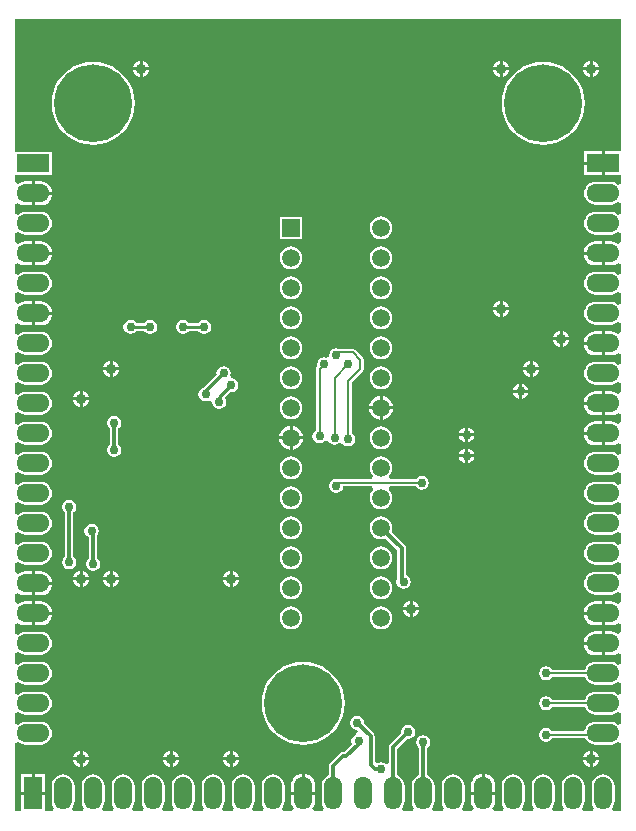
<source format=gbl>
G04 Layer_Physical_Order=2*
G04 Layer_Color=16711680*
%FSLAX25Y25*%
%MOIN*%
G70*
G01*
G75*
%ADD14C,0.01200*%
%ADD16C,0.00800*%
%ADD17C,0.01000*%
%ADD18C,0.05906*%
%ADD19R,0.05906X0.05906*%
%ADD20C,0.17323*%
%ADD21O,0.11000X0.06000*%
%ADD22R,0.11000X0.06000*%
%ADD23O,0.06000X0.11000*%
%ADD24R,0.06000X0.11000*%
%ADD25C,0.03500*%
%ADD26C,0.03000*%
%ADD27C,0.02362*%
%ADD28C,0.04724*%
G36*
X489961Y412500D02*
X484500D01*
Y408500D01*
Y404500D01*
X489961D01*
Y401844D01*
X489785Y401695D01*
X488961Y401402D01*
X488416Y401819D01*
X487492Y402202D01*
X486500Y402333D01*
X481500D01*
X480508Y402202D01*
X479584Y401819D01*
X478790Y401210D01*
X478181Y400416D01*
X477798Y399492D01*
X477667Y398500D01*
X477798Y397508D01*
X478181Y396584D01*
X478790Y395790D01*
X479584Y395181D01*
X480508Y394798D01*
X481500Y394667D01*
X486500D01*
X487492Y394798D01*
X488416Y395181D01*
X488961Y395599D01*
X489785Y395305D01*
X489961Y395156D01*
Y391844D01*
X489785Y391695D01*
X488961Y391402D01*
X488416Y391819D01*
X487492Y392202D01*
X486500Y392333D01*
X481500D01*
X480508Y392202D01*
X479584Y391819D01*
X478790Y391210D01*
X478181Y390416D01*
X477798Y389492D01*
X477667Y388500D01*
X477798Y387508D01*
X478181Y386584D01*
X478790Y385790D01*
X479584Y385181D01*
X480508Y384798D01*
X481500Y384667D01*
X486500D01*
X487492Y384798D01*
X488416Y385181D01*
X488961Y385598D01*
X489785Y385305D01*
X489961Y385156D01*
Y382147D01*
X488961Y381654D01*
X488517Y381994D01*
X487544Y382397D01*
X486500Y382535D01*
X484500D01*
Y378500D01*
Y374465D01*
X486500D01*
X487544Y374603D01*
X488517Y375006D01*
X488961Y375346D01*
X489961Y374853D01*
Y371844D01*
X489785Y371695D01*
X488961Y371402D01*
X488416Y371819D01*
X487492Y372202D01*
X486500Y372333D01*
X481500D01*
X480508Y372202D01*
X479584Y371819D01*
X478790Y371210D01*
X478181Y370416D01*
X477798Y369492D01*
X477667Y368500D01*
X477798Y367508D01*
X478181Y366584D01*
X478790Y365790D01*
X479584Y365181D01*
X480508Y364798D01*
X481500Y364667D01*
X486500D01*
X487492Y364798D01*
X488416Y365181D01*
X488961Y365599D01*
X489785Y365305D01*
X489961Y365156D01*
Y361844D01*
X489785Y361695D01*
X488961Y361402D01*
X488416Y361819D01*
X487492Y362202D01*
X486500Y362333D01*
X481500D01*
X480508Y362202D01*
X479584Y361819D01*
X478790Y361210D01*
X478181Y360416D01*
X477798Y359492D01*
X477667Y358500D01*
X477798Y357508D01*
X478181Y356584D01*
X478790Y355790D01*
X479584Y355181D01*
X480508Y354798D01*
X481500Y354667D01*
X486500D01*
X487492Y354798D01*
X488416Y355181D01*
X488961Y355598D01*
X489785Y355305D01*
X489961Y355156D01*
Y352147D01*
X488961Y351654D01*
X488517Y351994D01*
X487544Y352397D01*
X486500Y352535D01*
X484500D01*
Y348500D01*
Y344465D01*
X486500D01*
X487544Y344603D01*
X488517Y345006D01*
X488961Y345346D01*
X489961Y344853D01*
Y341844D01*
X489785Y341695D01*
X488961Y341402D01*
X488416Y341819D01*
X487492Y342202D01*
X486500Y342333D01*
X481500D01*
X480508Y342202D01*
X479584Y341819D01*
X478790Y341210D01*
X478181Y340416D01*
X477798Y339492D01*
X477667Y338500D01*
X477798Y337508D01*
X478181Y336584D01*
X478790Y335790D01*
X479584Y335181D01*
X480508Y334798D01*
X481500Y334667D01*
X486500D01*
X487492Y334798D01*
X488416Y335181D01*
X488961Y335598D01*
X489785Y335305D01*
X489961Y335156D01*
Y332147D01*
X488961Y331654D01*
X488517Y331994D01*
X487544Y332397D01*
X486500Y332535D01*
X484500D01*
Y328500D01*
Y324465D01*
X486500D01*
X487544Y324603D01*
X488517Y325006D01*
X488961Y325346D01*
X489961Y324853D01*
Y322147D01*
X488961Y321654D01*
X488517Y321994D01*
X487544Y322397D01*
X486500Y322534D01*
X484500D01*
Y318500D01*
Y314465D01*
X486500D01*
X487544Y314603D01*
X488517Y315006D01*
X488961Y315346D01*
X489961Y314853D01*
Y311844D01*
X489785Y311695D01*
X488961Y311402D01*
X488416Y311819D01*
X487492Y312202D01*
X486500Y312333D01*
X481500D01*
X480508Y312202D01*
X479584Y311819D01*
X478790Y311210D01*
X478181Y310416D01*
X477798Y309492D01*
X477667Y308500D01*
X477798Y307508D01*
X478181Y306584D01*
X478790Y305790D01*
X479584Y305181D01*
X480508Y304798D01*
X481500Y304667D01*
X486500D01*
X487492Y304798D01*
X488416Y305181D01*
X488961Y305598D01*
X489785Y305305D01*
X489961Y305156D01*
Y301844D01*
X489785Y301695D01*
X488961Y301401D01*
X488416Y301819D01*
X487492Y302202D01*
X486500Y302333D01*
X481500D01*
X480508Y302202D01*
X479584Y301819D01*
X478790Y301210D01*
X478181Y300416D01*
X477798Y299492D01*
X477667Y298500D01*
X477798Y297508D01*
X478181Y296584D01*
X478790Y295790D01*
X479584Y295181D01*
X480508Y294798D01*
X481500Y294667D01*
X486500D01*
X487492Y294798D01*
X488416Y295181D01*
X488961Y295599D01*
X489785Y295305D01*
X489961Y295156D01*
Y291844D01*
X489785Y291695D01*
X488961Y291402D01*
X488416Y291819D01*
X487492Y292202D01*
X486500Y292333D01*
X481500D01*
X480508Y292202D01*
X479584Y291819D01*
X478790Y291210D01*
X478181Y290416D01*
X477798Y289492D01*
X477667Y288500D01*
X477798Y287508D01*
X478181Y286584D01*
X478790Y285790D01*
X479584Y285181D01*
X480508Y284798D01*
X481500Y284667D01*
X486500D01*
X487492Y284798D01*
X488416Y285181D01*
X488961Y285598D01*
X489785Y285305D01*
X489961Y285156D01*
Y281844D01*
X489785Y281695D01*
X488961Y281401D01*
X488416Y281819D01*
X487492Y282202D01*
X486500Y282333D01*
X481500D01*
X480508Y282202D01*
X479584Y281819D01*
X478790Y281210D01*
X478181Y280416D01*
X477798Y279492D01*
X477667Y278500D01*
X477798Y277508D01*
X478181Y276584D01*
X478790Y275790D01*
X479584Y275181D01*
X480508Y274798D01*
X481500Y274667D01*
X486500D01*
X487492Y274798D01*
X488416Y275181D01*
X488961Y275599D01*
X489785Y275305D01*
X489961Y275156D01*
Y271844D01*
X489785Y271695D01*
X488961Y271402D01*
X488416Y271819D01*
X487492Y272202D01*
X486500Y272333D01*
X481500D01*
X480508Y272202D01*
X479584Y271819D01*
X478790Y271210D01*
X478181Y270416D01*
X477798Y269492D01*
X477667Y268500D01*
X477798Y267508D01*
X478181Y266584D01*
X478790Y265790D01*
X479584Y265181D01*
X480508Y264798D01*
X481500Y264667D01*
X486500D01*
X487492Y264798D01*
X488416Y265181D01*
X488961Y265599D01*
X489785Y265305D01*
X489961Y265156D01*
Y262147D01*
X488961Y261654D01*
X488517Y261994D01*
X487544Y262397D01*
X486500Y262534D01*
X484500D01*
Y258500D01*
Y254466D01*
X486500D01*
X487544Y254603D01*
X488517Y255006D01*
X488961Y255346D01*
X489961Y254853D01*
Y252147D01*
X488961Y251654D01*
X488517Y251994D01*
X487544Y252397D01*
X486500Y252535D01*
X484500D01*
Y248500D01*
Y244465D01*
X486500D01*
X487544Y244603D01*
X488517Y245006D01*
X488961Y245346D01*
X489961Y244853D01*
Y241844D01*
X489785Y241695D01*
X488961Y241402D01*
X488416Y241819D01*
X487492Y242202D01*
X486500Y242333D01*
X481500D01*
X480508Y242202D01*
X479584Y241819D01*
X478790Y241210D01*
X478181Y240416D01*
X477894Y239723D01*
X466949D01*
X466658Y240158D01*
X465897Y240667D01*
X465000Y240845D01*
X464103Y240667D01*
X463342Y240158D01*
X462833Y239397D01*
X462655Y238500D01*
X462833Y237603D01*
X463342Y236842D01*
X464103Y236333D01*
X465000Y236155D01*
X465897Y236333D01*
X466658Y236842D01*
X466949Y237277D01*
X477894D01*
X478181Y236584D01*
X478790Y235790D01*
X479584Y235181D01*
X480508Y234798D01*
X481500Y234667D01*
X486500D01*
X487492Y234798D01*
X488416Y235181D01*
X488961Y235598D01*
X489785Y235305D01*
X489961Y235156D01*
Y231844D01*
X489785Y231695D01*
X488961Y231401D01*
X488416Y231819D01*
X487492Y232202D01*
X486500Y232333D01*
X481500D01*
X480508Y232202D01*
X479584Y231819D01*
X478790Y231210D01*
X478181Y230416D01*
X477894Y229724D01*
X466949D01*
X466658Y230158D01*
X465897Y230667D01*
X465000Y230845D01*
X464103Y230667D01*
X463342Y230158D01*
X462833Y229397D01*
X462655Y228500D01*
X462833Y227603D01*
X463342Y226842D01*
X464103Y226333D01*
X465000Y226155D01*
X465897Y226333D01*
X466658Y226842D01*
X466949Y227276D01*
X477894D01*
X478181Y226584D01*
X478790Y225790D01*
X479584Y225181D01*
X480508Y224798D01*
X481500Y224667D01*
X486500D01*
X487492Y224798D01*
X488416Y225181D01*
X488961Y225599D01*
X489785Y225305D01*
X489961Y225156D01*
Y221844D01*
X489785Y221695D01*
X488961Y221402D01*
X488416Y221819D01*
X487492Y222202D01*
X486500Y222333D01*
X481500D01*
X480508Y222202D01*
X479584Y221819D01*
X478790Y221210D01*
X478181Y220416D01*
X477798Y219492D01*
X477763Y219223D01*
X466949D01*
X466658Y219658D01*
X465897Y220167D01*
X465000Y220345D01*
X464103Y220167D01*
X463342Y219658D01*
X462833Y218897D01*
X462655Y218000D01*
X462833Y217103D01*
X463342Y216342D01*
X464103Y215833D01*
X465000Y215655D01*
X465897Y215833D01*
X466658Y216342D01*
X466949Y216776D01*
X478101D01*
X478181Y216584D01*
X478790Y215790D01*
X479584Y215181D01*
X480508Y214798D01*
X481500Y214667D01*
X486500D01*
X487492Y214798D01*
X488416Y215181D01*
X488961Y215599D01*
X489785Y215305D01*
X489961Y215156D01*
Y192539D01*
X487344D01*
X487195Y192715D01*
X486902Y193539D01*
X487319Y194084D01*
X487702Y195008D01*
X487833Y196000D01*
Y201000D01*
X487702Y201992D01*
X487319Y202916D01*
X486710Y203710D01*
X485916Y204319D01*
X484992Y204702D01*
X484000Y204833D01*
X483008Y204702D01*
X482084Y204319D01*
X481290Y203710D01*
X480681Y202916D01*
X480298Y201992D01*
X480167Y201000D01*
Y196000D01*
X480298Y195008D01*
X480681Y194084D01*
X481099Y193539D01*
X480805Y192715D01*
X480656Y192539D01*
X477344D01*
X477195Y192715D01*
X476901Y193539D01*
X477319Y194084D01*
X477702Y195008D01*
X477833Y196000D01*
Y201000D01*
X477702Y201992D01*
X477319Y202916D01*
X476710Y203710D01*
X475916Y204319D01*
X474992Y204702D01*
X474000Y204833D01*
X473008Y204702D01*
X472084Y204319D01*
X471290Y203710D01*
X470681Y202916D01*
X470298Y201992D01*
X470167Y201000D01*
Y196000D01*
X470298Y195008D01*
X470681Y194084D01*
X471099Y193539D01*
X470805Y192715D01*
X470656Y192539D01*
X467344D01*
X467195Y192715D01*
X466901Y193539D01*
X467319Y194084D01*
X467702Y195008D01*
X467833Y196000D01*
Y201000D01*
X467702Y201992D01*
X467319Y202916D01*
X466710Y203710D01*
X465916Y204319D01*
X464992Y204702D01*
X464000Y204833D01*
X463008Y204702D01*
X462084Y204319D01*
X461290Y203710D01*
X460681Y202916D01*
X460298Y201992D01*
X460167Y201000D01*
Y196000D01*
X460298Y195008D01*
X460681Y194084D01*
X461098Y193539D01*
X460805Y192715D01*
X460656Y192539D01*
X457344D01*
X457195Y192715D01*
X456902Y193539D01*
X457319Y194084D01*
X457702Y195008D01*
X457833Y196000D01*
Y201000D01*
X457702Y201992D01*
X457319Y202916D01*
X456710Y203710D01*
X455916Y204319D01*
X454992Y204702D01*
X454000Y204833D01*
X453008Y204702D01*
X452084Y204319D01*
X451290Y203710D01*
X450681Y202916D01*
X450298Y201992D01*
X450167Y201000D01*
Y196000D01*
X450298Y195008D01*
X450681Y194084D01*
X451098Y193539D01*
X450805Y192715D01*
X450656Y192539D01*
X447647D01*
X447154Y193539D01*
X447494Y193983D01*
X447897Y194956D01*
X448034Y196000D01*
Y198000D01*
X444000D01*
X439965D01*
Y196000D01*
X440103Y194956D01*
X440506Y193983D01*
X440846Y193539D01*
X440353Y192539D01*
X437344D01*
X437195Y192715D01*
X436902Y193539D01*
X437319Y194084D01*
X437702Y195008D01*
X437833Y196000D01*
Y201000D01*
X437702Y201992D01*
X437319Y202916D01*
X436710Y203710D01*
X435916Y204319D01*
X434992Y204702D01*
X434000Y204833D01*
X433008Y204702D01*
X432084Y204319D01*
X431290Y203710D01*
X430681Y202916D01*
X430298Y201992D01*
X430167Y201000D01*
Y196000D01*
X430298Y195008D01*
X430681Y194084D01*
X431099Y193539D01*
X430805Y192715D01*
X430656Y192539D01*
X427344D01*
X427195Y192715D01*
X426901Y193539D01*
X427319Y194084D01*
X427702Y195008D01*
X427833Y196000D01*
Y201000D01*
X427702Y201992D01*
X427319Y202916D01*
X426710Y203710D01*
X425916Y204319D01*
X425427Y204522D01*
Y213688D01*
X425658Y213842D01*
X426167Y214603D01*
X426345Y215500D01*
X426167Y216397D01*
X425658Y217158D01*
X424897Y217667D01*
X424000Y217845D01*
X423103Y217667D01*
X422342Y217158D01*
X421833Y216397D01*
X421655Y215500D01*
X421833Y214603D01*
X422342Y213842D01*
X422573Y213688D01*
Y204522D01*
X422084Y204319D01*
X421290Y203710D01*
X420681Y202916D01*
X420298Y201992D01*
X420167Y201000D01*
Y196000D01*
X420298Y195008D01*
X420681Y194084D01*
X421099Y193539D01*
X420805Y192715D01*
X420656Y192539D01*
X417344D01*
X417195Y192715D01*
X416901Y193539D01*
X417319Y194084D01*
X417702Y195008D01*
X417833Y196000D01*
Y201000D01*
X417702Y201992D01*
X417319Y202916D01*
X416710Y203710D01*
X415916Y204319D01*
X415427Y204522D01*
Y213409D01*
X418728Y216709D01*
X419000Y216655D01*
X419897Y216833D01*
X420658Y217342D01*
X421167Y218103D01*
X421345Y219000D01*
X421167Y219897D01*
X420658Y220658D01*
X419897Y221167D01*
X419000Y221345D01*
X418103Y221167D01*
X417342Y220658D01*
X416833Y219897D01*
X416655Y219000D01*
X416709Y218728D01*
X412991Y215009D01*
X412681Y214546D01*
X412573Y214000D01*
X412573Y214000D01*
Y208590D01*
X411989Y208314D01*
X411573Y208215D01*
X410897Y208667D01*
X410000Y208845D01*
X409103Y208667D01*
X408904Y208534D01*
X407927Y209084D01*
Y217500D01*
X407927Y217500D01*
X407819Y218046D01*
X407509Y218509D01*
X407509Y218509D01*
X404291Y221728D01*
X404345Y222000D01*
X404167Y222897D01*
X403658Y223658D01*
X402897Y224167D01*
X402000Y224345D01*
X401103Y224167D01*
X400342Y223658D01*
X399833Y222897D01*
X399655Y222000D01*
X399833Y221103D01*
X400342Y220342D01*
X401103Y219833D01*
X401994Y219656D01*
X402032Y219597D01*
X402220Y219251D01*
X401714Y218189D01*
X401603Y218167D01*
X400842Y217658D01*
X400333Y216897D01*
X400155Y216000D01*
X400333Y215103D01*
X400416Y214980D01*
X397713Y212277D01*
X397350D01*
X397350Y212277D01*
X396804Y212169D01*
X396341Y211859D01*
X396341Y211859D01*
X392991Y208509D01*
X392681Y208046D01*
X392573Y207500D01*
X392573Y207500D01*
Y204522D01*
X392084Y204319D01*
X391290Y203710D01*
X390681Y202916D01*
X390298Y201992D01*
X390167Y201000D01*
Y196000D01*
X390298Y195008D01*
X390681Y194084D01*
X391098Y193539D01*
X390805Y192715D01*
X390656Y192539D01*
X387647D01*
X387154Y193539D01*
X387494Y193983D01*
X387897Y194956D01*
X388035Y196000D01*
Y198000D01*
X384000D01*
X379965D01*
Y196000D01*
X380103Y194956D01*
X380506Y193983D01*
X380846Y193539D01*
X380353Y192539D01*
X377344D01*
X377195Y192715D01*
X376902Y193539D01*
X377319Y194084D01*
X377702Y195008D01*
X377833Y196000D01*
Y201000D01*
X377702Y201992D01*
X377319Y202916D01*
X376710Y203710D01*
X375916Y204319D01*
X374992Y204702D01*
X374000Y204833D01*
X373008Y204702D01*
X372084Y204319D01*
X371290Y203710D01*
X370681Y202916D01*
X370298Y201992D01*
X370167Y201000D01*
Y196000D01*
X370298Y195008D01*
X370681Y194084D01*
X371098Y193539D01*
X370805Y192715D01*
X370656Y192539D01*
X367344D01*
X367195Y192715D01*
X366901Y193539D01*
X367319Y194084D01*
X367702Y195008D01*
X367833Y196000D01*
Y201000D01*
X367702Y201992D01*
X367319Y202916D01*
X366710Y203710D01*
X365916Y204319D01*
X364992Y204702D01*
X364000Y204833D01*
X363008Y204702D01*
X362084Y204319D01*
X361290Y203710D01*
X360681Y202916D01*
X360298Y201992D01*
X360167Y201000D01*
Y196000D01*
X360298Y195008D01*
X360681Y194084D01*
X361099Y193539D01*
X360805Y192715D01*
X360656Y192539D01*
X357344D01*
X357195Y192715D01*
X356902Y193539D01*
X357319Y194084D01*
X357702Y195008D01*
X357833Y196000D01*
Y201000D01*
X357702Y201992D01*
X357319Y202916D01*
X356710Y203710D01*
X355916Y204319D01*
X354992Y204702D01*
X354000Y204833D01*
X353008Y204702D01*
X352084Y204319D01*
X351290Y203710D01*
X350681Y202916D01*
X350298Y201992D01*
X350167Y201000D01*
Y196000D01*
X350298Y195008D01*
X350681Y194084D01*
X351098Y193539D01*
X350805Y192715D01*
X350656Y192539D01*
X347344D01*
X347195Y192715D01*
X346901Y193539D01*
X347319Y194084D01*
X347702Y195008D01*
X347833Y196000D01*
Y201000D01*
X347702Y201992D01*
X347319Y202916D01*
X346710Y203710D01*
X345916Y204319D01*
X344992Y204702D01*
X344000Y204833D01*
X343008Y204702D01*
X342084Y204319D01*
X341290Y203710D01*
X340681Y202916D01*
X340298Y201992D01*
X340167Y201000D01*
Y196000D01*
X340298Y195008D01*
X340681Y194084D01*
X341098Y193539D01*
X340805Y192715D01*
X340656Y192539D01*
X337344D01*
X337195Y192715D01*
X336901Y193539D01*
X337319Y194084D01*
X337702Y195008D01*
X337833Y196000D01*
Y201000D01*
X337702Y201992D01*
X337319Y202916D01*
X336710Y203710D01*
X335916Y204319D01*
X334992Y204702D01*
X334000Y204833D01*
X333008Y204702D01*
X332084Y204319D01*
X331290Y203710D01*
X330681Y202916D01*
X330298Y201992D01*
X330167Y201000D01*
Y196000D01*
X330298Y195008D01*
X330681Y194084D01*
X331099Y193539D01*
X330805Y192715D01*
X330656Y192539D01*
X327344D01*
X327195Y192715D01*
X326902Y193539D01*
X327319Y194084D01*
X327702Y195008D01*
X327833Y196000D01*
Y201000D01*
X327702Y201992D01*
X327319Y202916D01*
X326710Y203710D01*
X325916Y204319D01*
X324992Y204702D01*
X324000Y204833D01*
X323008Y204702D01*
X322084Y204319D01*
X321290Y203710D01*
X320681Y202916D01*
X320298Y201992D01*
X320167Y201000D01*
Y196000D01*
X320298Y195008D01*
X320681Y194084D01*
X321098Y193539D01*
X320805Y192715D01*
X320656Y192539D01*
X317344D01*
X317195Y192715D01*
X316901Y193539D01*
X317319Y194084D01*
X317702Y195008D01*
X317833Y196000D01*
Y201000D01*
X317702Y201992D01*
X317319Y202916D01*
X316710Y203710D01*
X315916Y204319D01*
X314992Y204702D01*
X314000Y204833D01*
X313008Y204702D01*
X312084Y204319D01*
X311290Y203710D01*
X310681Y202916D01*
X310298Y201992D01*
X310167Y201000D01*
Y196000D01*
X310298Y195008D01*
X310681Y194084D01*
X311099Y193539D01*
X310805Y192715D01*
X310656Y192539D01*
X307344D01*
X307195Y192715D01*
X306902Y193539D01*
X307319Y194084D01*
X307702Y195008D01*
X307833Y196000D01*
Y201000D01*
X307702Y201992D01*
X307319Y202916D01*
X306710Y203710D01*
X305916Y204319D01*
X304992Y204702D01*
X304000Y204833D01*
X303008Y204702D01*
X302084Y204319D01*
X301290Y203710D01*
X300681Y202916D01*
X300298Y201992D01*
X300167Y201000D01*
Y196000D01*
X300298Y195008D01*
X300681Y194084D01*
X301098Y193539D01*
X300805Y192715D01*
X300656Y192539D01*
X298000D01*
Y198000D01*
X294000D01*
X290000D01*
Y192539D01*
X288039D01*
Y215156D01*
X288215Y215305D01*
X289039Y215599D01*
X289584Y215181D01*
X290508Y214798D01*
X291500Y214667D01*
X296500D01*
X297492Y214798D01*
X298416Y215181D01*
X299210Y215790D01*
X299819Y216584D01*
X300202Y217508D01*
X300333Y218500D01*
X300202Y219492D01*
X299819Y220416D01*
X299210Y221210D01*
X298416Y221819D01*
X297492Y222202D01*
X296500Y222333D01*
X291500D01*
X290508Y222202D01*
X289584Y221819D01*
X289039Y221402D01*
X288215Y221695D01*
X288039Y221844D01*
Y225156D01*
X288215Y225305D01*
X289039Y225599D01*
X289584Y225181D01*
X290508Y224798D01*
X291500Y224667D01*
X296500D01*
X297492Y224798D01*
X298416Y225181D01*
X299210Y225790D01*
X299819Y226584D01*
X300202Y227508D01*
X300333Y228500D01*
X300202Y229492D01*
X299819Y230416D01*
X299210Y231210D01*
X298416Y231819D01*
X297492Y232202D01*
X296500Y232333D01*
X291500D01*
X290508Y232202D01*
X289584Y231819D01*
X289039Y231401D01*
X288215Y231695D01*
X288039Y231844D01*
Y235156D01*
X288215Y235305D01*
X289039Y235598D01*
X289584Y235181D01*
X290508Y234798D01*
X291500Y234667D01*
X296500D01*
X297492Y234798D01*
X298416Y235181D01*
X299210Y235790D01*
X299819Y236584D01*
X300202Y237508D01*
X300333Y238500D01*
X300202Y239492D01*
X299819Y240416D01*
X299210Y241210D01*
X298416Y241819D01*
X297492Y242202D01*
X296500Y242333D01*
X291500D01*
X290508Y242202D01*
X289584Y241819D01*
X289039Y241402D01*
X288215Y241695D01*
X288039Y241844D01*
Y245156D01*
X288215Y245305D01*
X289039Y245599D01*
X289584Y245181D01*
X290508Y244798D01*
X291500Y244667D01*
X296500D01*
X297492Y244798D01*
X298416Y245181D01*
X299210Y245790D01*
X299819Y246584D01*
X300202Y247508D01*
X300333Y248500D01*
X300202Y249492D01*
X299819Y250416D01*
X299210Y251210D01*
X298416Y251819D01*
X297492Y252202D01*
X296500Y252333D01*
X291500D01*
X290508Y252202D01*
X289584Y251819D01*
X289039Y251401D01*
X288215Y251695D01*
X288039Y251844D01*
Y254853D01*
X289039Y255346D01*
X289483Y255006D01*
X290456Y254603D01*
X291500Y254466D01*
X293500D01*
Y258500D01*
Y262534D01*
X291500D01*
X290456Y262397D01*
X289483Y261994D01*
X289039Y261654D01*
X288039Y262147D01*
Y264853D01*
X289039Y265346D01*
X289483Y265006D01*
X290456Y264603D01*
X291500Y264465D01*
X293500D01*
Y268500D01*
Y272534D01*
X291500D01*
X290456Y272397D01*
X289483Y271994D01*
X289039Y271654D01*
X288039Y272147D01*
Y275156D01*
X288215Y275305D01*
X289039Y275599D01*
X289584Y275181D01*
X290508Y274798D01*
X291500Y274667D01*
X296500D01*
X297492Y274798D01*
X298416Y275181D01*
X299210Y275790D01*
X299819Y276584D01*
X300202Y277508D01*
X300333Y278500D01*
X300202Y279492D01*
X299819Y280416D01*
X299210Y281210D01*
X298416Y281819D01*
X297492Y282202D01*
X296500Y282333D01*
X291500D01*
X290508Y282202D01*
X289584Y281819D01*
X289039Y281401D01*
X288215Y281695D01*
X288039Y281844D01*
Y285156D01*
X288215Y285305D01*
X289039Y285598D01*
X289584Y285181D01*
X290508Y284798D01*
X291500Y284667D01*
X296500D01*
X297492Y284798D01*
X298416Y285181D01*
X299210Y285790D01*
X299819Y286584D01*
X300202Y287508D01*
X300333Y288500D01*
X300202Y289492D01*
X299819Y290416D01*
X299210Y291210D01*
X298416Y291819D01*
X297492Y292202D01*
X296500Y292333D01*
X291500D01*
X290508Y292202D01*
X289584Y291819D01*
X289039Y291402D01*
X288215Y291695D01*
X288039Y291844D01*
Y295156D01*
X288215Y295305D01*
X289039Y295599D01*
X289584Y295181D01*
X290508Y294798D01*
X291500Y294667D01*
X296500D01*
X297492Y294798D01*
X298416Y295181D01*
X299210Y295790D01*
X299819Y296584D01*
X300202Y297508D01*
X300333Y298500D01*
X300202Y299492D01*
X299819Y300416D01*
X299210Y301210D01*
X298416Y301819D01*
X297492Y302202D01*
X296500Y302333D01*
X291500D01*
X290508Y302202D01*
X289584Y301819D01*
X289039Y301401D01*
X288215Y301695D01*
X288039Y301844D01*
Y305156D01*
X288215Y305305D01*
X289039Y305598D01*
X289584Y305181D01*
X290508Y304798D01*
X291500Y304667D01*
X296500D01*
X297492Y304798D01*
X298416Y305181D01*
X299210Y305790D01*
X299819Y306584D01*
X300202Y307508D01*
X300333Y308500D01*
X300202Y309492D01*
X299819Y310416D01*
X299210Y311210D01*
X298416Y311819D01*
X297492Y312202D01*
X296500Y312333D01*
X291500D01*
X290508Y312202D01*
X289584Y311819D01*
X289039Y311402D01*
X288215Y311695D01*
X288039Y311844D01*
Y315156D01*
X288215Y315305D01*
X289039Y315599D01*
X289584Y315181D01*
X290508Y314798D01*
X291500Y314667D01*
X296500D01*
X297492Y314798D01*
X298416Y315181D01*
X299210Y315790D01*
X299819Y316584D01*
X300202Y317508D01*
X300333Y318500D01*
X300202Y319492D01*
X299819Y320416D01*
X299210Y321210D01*
X298416Y321819D01*
X297492Y322202D01*
X296500Y322333D01*
X291500D01*
X290508Y322202D01*
X289584Y321819D01*
X289039Y321402D01*
X288215Y321695D01*
X288039Y321844D01*
Y325156D01*
X288215Y325305D01*
X289039Y325599D01*
X289584Y325181D01*
X290508Y324798D01*
X291500Y324667D01*
X296500D01*
X297492Y324798D01*
X298416Y325181D01*
X299210Y325790D01*
X299819Y326584D01*
X300202Y327508D01*
X300333Y328500D01*
X300202Y329492D01*
X299819Y330416D01*
X299210Y331210D01*
X298416Y331819D01*
X297492Y332202D01*
X296500Y332333D01*
X291500D01*
X290508Y332202D01*
X289584Y331819D01*
X289039Y331401D01*
X288215Y331695D01*
X288039Y331844D01*
Y335156D01*
X288215Y335305D01*
X289039Y335598D01*
X289584Y335181D01*
X290508Y334798D01*
X291500Y334667D01*
X296500D01*
X297492Y334798D01*
X298416Y335181D01*
X299210Y335790D01*
X299819Y336584D01*
X300202Y337508D01*
X300333Y338500D01*
X300202Y339492D01*
X299819Y340416D01*
X299210Y341210D01*
X298416Y341819D01*
X297492Y342202D01*
X296500Y342333D01*
X291500D01*
X290508Y342202D01*
X289584Y341819D01*
X289039Y341402D01*
X288215Y341695D01*
X288039Y341844D01*
Y345156D01*
X288215Y345305D01*
X289039Y345599D01*
X289584Y345181D01*
X290508Y344798D01*
X291500Y344667D01*
X296500D01*
X297492Y344798D01*
X298416Y345181D01*
X299210Y345790D01*
X299819Y346584D01*
X300202Y347508D01*
X300333Y348500D01*
X300202Y349492D01*
X299819Y350416D01*
X299210Y351210D01*
X298416Y351819D01*
X297492Y352202D01*
X296500Y352333D01*
X291500D01*
X290508Y352202D01*
X289584Y351819D01*
X289039Y351401D01*
X288215Y351695D01*
X288039Y351844D01*
Y354853D01*
X289039Y355346D01*
X289483Y355006D01*
X290456Y354603D01*
X291500Y354466D01*
X293500D01*
Y358500D01*
Y362534D01*
X291500D01*
X290456Y362397D01*
X289483Y361994D01*
X289039Y361654D01*
X288039Y362147D01*
Y365156D01*
X288215Y365305D01*
X289039Y365599D01*
X289584Y365181D01*
X290508Y364798D01*
X291500Y364667D01*
X296500D01*
X297492Y364798D01*
X298416Y365181D01*
X299210Y365790D01*
X299819Y366584D01*
X300202Y367508D01*
X300333Y368500D01*
X300202Y369492D01*
X299819Y370416D01*
X299210Y371210D01*
X298416Y371819D01*
X297492Y372202D01*
X296500Y372333D01*
X291500D01*
X290508Y372202D01*
X289584Y371819D01*
X289039Y371402D01*
X288215Y371695D01*
X288039Y371844D01*
Y374853D01*
X289039Y375346D01*
X289483Y375006D01*
X290456Y374603D01*
X291500Y374465D01*
X293500D01*
Y378500D01*
Y382535D01*
X291500D01*
X290456Y382397D01*
X289483Y381994D01*
X289039Y381654D01*
X288039Y382147D01*
Y385156D01*
X288215Y385305D01*
X289039Y385598D01*
X289584Y385181D01*
X290508Y384798D01*
X291500Y384667D01*
X296500D01*
X297492Y384798D01*
X298416Y385181D01*
X299210Y385790D01*
X299819Y386584D01*
X300202Y387508D01*
X300333Y388500D01*
X300202Y389492D01*
X299819Y390416D01*
X299210Y391210D01*
X298416Y391819D01*
X297492Y392202D01*
X296500Y392333D01*
X291500D01*
X290508Y392202D01*
X289584Y391819D01*
X289039Y391402D01*
X288215Y391695D01*
X288039Y391844D01*
Y394853D01*
X289039Y395346D01*
X289483Y395006D01*
X290456Y394603D01*
X291500Y394465D01*
X293500D01*
Y398500D01*
Y402534D01*
X291500D01*
X290456Y402397D01*
X289483Y401994D01*
X289039Y401654D01*
X288039Y402147D01*
Y404700D01*
X300300D01*
Y412300D01*
X288039D01*
Y456461D01*
X489961D01*
Y412500D01*
D02*
G37*
%LPC*%
G36*
X320500Y272708D02*
Y270500D01*
X322708D01*
X322679Y270718D01*
X322402Y271387D01*
X321961Y271961D01*
X321387Y272402D01*
X320718Y272679D01*
X320500Y272708D01*
D02*
G37*
G36*
X359500D02*
X359282Y272679D01*
X358613Y272402D01*
X358039Y271961D01*
X357598Y271387D01*
X357321Y270718D01*
X357292Y270500D01*
X359500D01*
Y272708D01*
D02*
G37*
G36*
X319500D02*
X319282Y272679D01*
X318613Y272402D01*
X318039Y271961D01*
X317598Y271387D01*
X317321Y270718D01*
X317292Y270500D01*
X319500D01*
Y272708D01*
D02*
G37*
G36*
X310500D02*
Y270500D01*
X312708D01*
X312679Y270718D01*
X312402Y271387D01*
X311961Y271961D01*
X311387Y272402D01*
X310718Y272679D01*
X310500Y272708D01*
D02*
G37*
G36*
X306000Y296345D02*
X305103Y296167D01*
X304342Y295658D01*
X303833Y294897D01*
X303655Y294000D01*
X303833Y293103D01*
X304342Y292342D01*
X304573Y292188D01*
Y277312D01*
X304342Y277158D01*
X303833Y276397D01*
X303655Y275500D01*
X303833Y274603D01*
X304342Y273842D01*
X305103Y273333D01*
X306000Y273155D01*
X306897Y273333D01*
X307658Y273842D01*
X308167Y274603D01*
X308345Y275500D01*
X308167Y276397D01*
X307658Y277158D01*
X307427Y277312D01*
Y292188D01*
X307658Y292342D01*
X308167Y293103D01*
X308345Y294000D01*
X308167Y294897D01*
X307658Y295658D01*
X306897Y296167D01*
X306000Y296345D01*
D02*
G37*
G36*
X380000Y280785D02*
X379020Y280656D01*
X378107Y280278D01*
X377324Y279677D01*
X376722Y278893D01*
X376344Y277980D01*
X376215Y277000D01*
X376344Y276020D01*
X376722Y275107D01*
X377324Y274324D01*
X378107Y273722D01*
X379020Y273344D01*
X380000Y273215D01*
X380980Y273344D01*
X381893Y273722D01*
X382677Y274324D01*
X383278Y275107D01*
X383656Y276020D01*
X383785Y277000D01*
X383656Y277980D01*
X383278Y278893D01*
X382677Y279677D01*
X381893Y280278D01*
X380980Y280656D01*
X380000Y280785D01*
D02*
G37*
G36*
X360500Y272708D02*
Y270500D01*
X362708D01*
X362679Y270718D01*
X362402Y271387D01*
X361961Y271961D01*
X361387Y272402D01*
X360718Y272679D01*
X360500Y272708D01*
D02*
G37*
G36*
X313500Y288345D02*
X312603Y288167D01*
X311842Y287658D01*
X311333Y286897D01*
X311155Y286000D01*
X311333Y285103D01*
X311842Y284342D01*
X312573Y283854D01*
Y276812D01*
X312342Y276658D01*
X311833Y275897D01*
X311655Y275000D01*
X311833Y274103D01*
X312342Y273342D01*
X313103Y272833D01*
X314000Y272655D01*
X314897Y272833D01*
X315658Y273342D01*
X316167Y274103D01*
X316345Y275000D01*
X316167Y275897D01*
X315658Y276658D01*
X315427Y276812D01*
Y284745D01*
X315667Y285103D01*
X315845Y286000D01*
X315667Y286897D01*
X315158Y287658D01*
X314397Y288167D01*
X313500Y288345D01*
D02*
G37*
G36*
X309500Y272708D02*
X309282Y272679D01*
X308613Y272402D01*
X308039Y271961D01*
X307598Y271387D01*
X307321Y270718D01*
X307292Y270500D01*
X309500D01*
Y272708D01*
D02*
G37*
G36*
Y269500D02*
X307292D01*
X307321Y269282D01*
X307598Y268613D01*
X308039Y268039D01*
X308613Y267598D01*
X309282Y267321D01*
X309500Y267292D01*
Y269500D01*
D02*
G37*
G36*
X312708D02*
X310500D01*
Y267292D01*
X310718Y267321D01*
X311387Y267598D01*
X311961Y268039D01*
X312402Y268613D01*
X312679Y269282D01*
X312708Y269500D01*
D02*
G37*
G36*
X300469Y268000D02*
X294500D01*
Y264465D01*
X296500D01*
X297544Y264603D01*
X298517Y265006D01*
X299353Y265647D01*
X299994Y266483D01*
X300397Y267456D01*
X300469Y268000D01*
D02*
G37*
G36*
X410000Y290785D02*
X409020Y290656D01*
X408107Y290278D01*
X407324Y289676D01*
X406722Y288893D01*
X406344Y287980D01*
X406215Y287000D01*
X406344Y286020D01*
X406722Y285107D01*
X407324Y284324D01*
X408107Y283722D01*
X409020Y283344D01*
X410000Y283215D01*
X410980Y283344D01*
X411445Y283537D01*
X415423Y279559D01*
Y270031D01*
X415333Y269897D01*
X415155Y269000D01*
X415333Y268103D01*
X415842Y267342D01*
X416603Y266833D01*
X417500Y266655D01*
X418397Y266833D01*
X419158Y267342D01*
X419667Y268103D01*
X419845Y269000D01*
X419667Y269897D01*
X419158Y270658D01*
X418397Y271167D01*
X418277Y271190D01*
Y280150D01*
X418169Y280696D01*
X417859Y281159D01*
X417859Y281159D01*
X413463Y285555D01*
X413656Y286020D01*
X413785Y287000D01*
X413656Y287980D01*
X413278Y288893D01*
X412676Y289676D01*
X411893Y290278D01*
X410980Y290656D01*
X410000Y290785D01*
D02*
G37*
G36*
X319500Y269500D02*
X317292D01*
X317321Y269282D01*
X317598Y268613D01*
X318039Y268039D01*
X318613Y267598D01*
X319282Y267321D01*
X319500Y267292D01*
Y269500D01*
D02*
G37*
G36*
X362708D02*
X360500D01*
Y267292D01*
X360718Y267321D01*
X361387Y267598D01*
X361961Y268039D01*
X362402Y268613D01*
X362679Y269282D01*
X362708Y269500D01*
D02*
G37*
G36*
X296500Y272534D02*
X294500D01*
Y269000D01*
X300469D01*
X300397Y269544D01*
X299994Y270517D01*
X299353Y271353D01*
X298517Y271994D01*
X297544Y272397D01*
X296500Y272534D01*
D02*
G37*
G36*
X322708Y269500D02*
X320500D01*
Y267292D01*
X320718Y267321D01*
X321387Y267598D01*
X321961Y268039D01*
X322402Y268613D01*
X322679Y269282D01*
X322708Y269500D01*
D02*
G37*
G36*
X359500D02*
X357292D01*
X357321Y269282D01*
X357598Y268613D01*
X358039Y268039D01*
X358613Y267598D01*
X359282Y267321D01*
X359500Y267292D01*
Y269500D01*
D02*
G37*
G36*
X410000Y280785D02*
X409020Y280656D01*
X408107Y280278D01*
X407324Y279677D01*
X406722Y278893D01*
X406344Y277980D01*
X406215Y277000D01*
X406344Y276020D01*
X406722Y275107D01*
X407324Y274324D01*
X408107Y273722D01*
X409020Y273344D01*
X410000Y273215D01*
X410980Y273344D01*
X411893Y273722D01*
X412676Y274324D01*
X413278Y275107D01*
X413656Y276020D01*
X413785Y277000D01*
X413656Y277980D01*
X413278Y278893D01*
X412676Y279677D01*
X411893Y280278D01*
X410980Y280656D01*
X410000Y280785D01*
D02*
G37*
G36*
Y320785D02*
X409020Y320656D01*
X408107Y320278D01*
X407324Y319676D01*
X406722Y318893D01*
X406344Y317980D01*
X406215Y317000D01*
X406344Y316020D01*
X406722Y315107D01*
X407324Y314323D01*
X408107Y313722D01*
X409020Y313344D01*
X410000Y313215D01*
X410980Y313344D01*
X411893Y313722D01*
X412676Y314323D01*
X413278Y315107D01*
X413656Y316020D01*
X413785Y317000D01*
X413656Y317980D01*
X413278Y318893D01*
X412676Y319676D01*
X411893Y320278D01*
X410980Y320656D01*
X410000Y320785D01*
D02*
G37*
G36*
X483500Y318000D02*
X477531D01*
X477603Y317456D01*
X478006Y316483D01*
X478647Y315647D01*
X479483Y315006D01*
X480456Y314603D01*
X481500Y314465D01*
X483500D01*
Y318000D01*
D02*
G37*
G36*
X379500Y316500D02*
X376079D01*
X376149Y315968D01*
X376547Y315007D01*
X377181Y314181D01*
X378007Y313547D01*
X378968Y313149D01*
X379500Y313079D01*
Y316500D01*
D02*
G37*
G36*
X383921D02*
X380500D01*
Y313079D01*
X381032Y313149D01*
X381993Y313547D01*
X382819Y314181D01*
X383453Y315007D01*
X383851Y315968D01*
X383921Y316500D01*
D02*
G37*
G36*
X438000Y317500D02*
X436051D01*
X436145Y317024D01*
X436698Y316198D01*
X437525Y315645D01*
X438000Y315550D01*
Y317500D01*
D02*
G37*
G36*
X380500Y320921D02*
Y317500D01*
X383921D01*
X383851Y318032D01*
X383453Y318993D01*
X382819Y319819D01*
X381993Y320453D01*
X381032Y320851D01*
X380500Y320921D01*
D02*
G37*
G36*
X438000Y320449D02*
X437525Y320355D01*
X436698Y319802D01*
X436145Y318975D01*
X436051Y318500D01*
X438000D01*
Y320449D01*
D02*
G37*
G36*
X440949Y317500D02*
X439000D01*
Y315550D01*
X439475Y315645D01*
X440302Y316198D01*
X440855Y317024D01*
X440949Y317500D01*
D02*
G37*
G36*
X379500Y320921D02*
X378968Y320851D01*
X378007Y320453D01*
X377181Y319819D01*
X376547Y318993D01*
X376149Y318032D01*
X376079Y317500D01*
X379500D01*
Y320921D01*
D02*
G37*
G36*
X410000Y310785D02*
X409020Y310656D01*
X408107Y310278D01*
X407324Y309677D01*
X406722Y308893D01*
X406344Y307980D01*
X406215Y307000D01*
X406344Y306020D01*
X406722Y305107D01*
X407324Y304324D01*
X407454Y304223D01*
X407114Y303223D01*
X396000D01*
X395806Y303185D01*
X395000Y303345D01*
X394103Y303167D01*
X393342Y302658D01*
X392833Y301897D01*
X392655Y301000D01*
X392833Y300103D01*
X393342Y299342D01*
X394103Y298833D01*
X395000Y298655D01*
X395897Y298833D01*
X396658Y299342D01*
X397167Y300103D01*
X397301Y300777D01*
X407114D01*
X407454Y299777D01*
X407324Y299676D01*
X406722Y298893D01*
X406344Y297980D01*
X406215Y297000D01*
X406344Y296020D01*
X406722Y295107D01*
X407324Y294323D01*
X408107Y293722D01*
X409020Y293344D01*
X410000Y293215D01*
X410980Y293344D01*
X411893Y293722D01*
X412676Y294323D01*
X413278Y295107D01*
X413656Y296020D01*
X413785Y297000D01*
X413656Y297980D01*
X413278Y298893D01*
X412676Y299676D01*
X412546Y299777D01*
X412886Y300777D01*
X421551D01*
X421842Y300342D01*
X422603Y299833D01*
X423500Y299655D01*
X424397Y299833D01*
X425158Y300342D01*
X425667Y301103D01*
X425845Y302000D01*
X425667Y302897D01*
X425158Y303658D01*
X424397Y304167D01*
X423500Y304345D01*
X422603Y304167D01*
X421842Y303658D01*
X421551Y303223D01*
X412886D01*
X412546Y304223D01*
X412676Y304324D01*
X413278Y305107D01*
X413656Y306020D01*
X413785Y307000D01*
X413656Y307980D01*
X413278Y308893D01*
X412676Y309677D01*
X411893Y310278D01*
X410980Y310656D01*
X410000Y310785D01*
D02*
G37*
G36*
X380000D02*
X379020Y310656D01*
X378107Y310278D01*
X377324Y309677D01*
X376722Y308893D01*
X376344Y307980D01*
X376215Y307000D01*
X376344Y306020D01*
X376722Y305107D01*
X377324Y304324D01*
X378107Y303722D01*
X379020Y303344D01*
X380000Y303215D01*
X380980Y303344D01*
X381893Y303722D01*
X382677Y304324D01*
X383278Y305107D01*
X383656Y306020D01*
X383785Y307000D01*
X383656Y307980D01*
X383278Y308893D01*
X382677Y309677D01*
X381893Y310278D01*
X380980Y310656D01*
X380000Y310785D01*
D02*
G37*
G36*
Y290785D02*
X379020Y290656D01*
X378107Y290278D01*
X377324Y289676D01*
X376722Y288893D01*
X376344Y287980D01*
X376215Y287000D01*
X376344Y286020D01*
X376722Y285107D01*
X377324Y284324D01*
X378107Y283722D01*
X379020Y283344D01*
X380000Y283215D01*
X380980Y283344D01*
X381893Y283722D01*
X382677Y284324D01*
X383278Y285107D01*
X383656Y286020D01*
X383785Y287000D01*
X383656Y287980D01*
X383278Y288893D01*
X382677Y289676D01*
X381893Y290278D01*
X380980Y290656D01*
X380000Y290785D01*
D02*
G37*
G36*
Y300785D02*
X379020Y300656D01*
X378107Y300278D01*
X377324Y299676D01*
X376722Y298893D01*
X376344Y297980D01*
X376215Y297000D01*
X376344Y296020D01*
X376722Y295107D01*
X377324Y294323D01*
X378107Y293722D01*
X379020Y293344D01*
X380000Y293215D01*
X380980Y293344D01*
X381893Y293722D01*
X382677Y294323D01*
X383278Y295107D01*
X383656Y296020D01*
X383785Y297000D01*
X383656Y297980D01*
X383278Y298893D01*
X382677Y299676D01*
X381893Y300278D01*
X380980Y300656D01*
X380000Y300785D01*
D02*
G37*
G36*
X438000Y310500D02*
X436051D01*
X436145Y310024D01*
X436698Y309198D01*
X437525Y308645D01*
X438000Y308551D01*
Y310500D01*
D02*
G37*
G36*
Y313450D02*
X437525Y313355D01*
X436698Y312802D01*
X436145Y311976D01*
X436051Y311500D01*
X438000D01*
Y313450D01*
D02*
G37*
G36*
X439000D02*
Y311500D01*
X440949D01*
X440855Y311976D01*
X440302Y312802D01*
X439475Y313355D01*
X439000Y313450D01*
D02*
G37*
G36*
X440949Y310500D02*
X439000D01*
Y308551D01*
X439475Y308645D01*
X440302Y309198D01*
X440855Y310024D01*
X440949Y310500D01*
D02*
G37*
G36*
X321000Y324345D02*
X320103Y324167D01*
X319342Y323658D01*
X318833Y322897D01*
X318655Y322000D01*
X318833Y321103D01*
X319342Y320342D01*
X319573Y320188D01*
Y314812D01*
X319342Y314658D01*
X318833Y313897D01*
X318655Y313000D01*
X318833Y312103D01*
X319342Y311342D01*
X320103Y310833D01*
X321000Y310655D01*
X321897Y310833D01*
X322658Y311342D01*
X323167Y312103D01*
X323345Y313000D01*
X323167Y313897D01*
X322658Y314658D01*
X322427Y314812D01*
Y320188D01*
X322658Y320342D01*
X323167Y321103D01*
X323345Y322000D01*
X323167Y322897D01*
X322658Y323658D01*
X321897Y324167D01*
X321000Y324345D01*
D02*
G37*
G36*
X362708Y209500D02*
X360500D01*
Y207292D01*
X360718Y207321D01*
X361387Y207598D01*
X361961Y208039D01*
X362402Y208613D01*
X362679Y209282D01*
X362708Y209500D01*
D02*
G37*
G36*
X479500D02*
X477292D01*
X477321Y209282D01*
X477598Y208613D01*
X478039Y208039D01*
X478613Y207598D01*
X479282Y207321D01*
X479500Y207292D01*
Y209500D01*
D02*
G37*
G36*
X342708D02*
X340500D01*
Y207292D01*
X340718Y207321D01*
X341387Y207598D01*
X341961Y208039D01*
X342402Y208613D01*
X342679Y209282D01*
X342708Y209500D01*
D02*
G37*
G36*
X359500D02*
X357292D01*
X357321Y209282D01*
X357598Y208613D01*
X358039Y208039D01*
X358613Y207598D01*
X359282Y207321D01*
X359500Y207292D01*
Y209500D01*
D02*
G37*
G36*
X482708D02*
X480500D01*
Y207292D01*
X480718Y207321D01*
X481387Y207598D01*
X481961Y208039D01*
X482402Y208613D01*
X482679Y209282D01*
X482708Y209500D01*
D02*
G37*
G36*
X339500Y212708D02*
X339282Y212679D01*
X338613Y212402D01*
X338039Y211961D01*
X337598Y211387D01*
X337321Y210718D01*
X337292Y210500D01*
X339500D01*
Y212708D01*
D02*
G37*
G36*
X340500D02*
Y210500D01*
X342708D01*
X342679Y210718D01*
X342402Y211387D01*
X341961Y211961D01*
X341387Y212402D01*
X340718Y212679D01*
X340500Y212708D01*
D02*
G37*
G36*
X309500D02*
X309282Y212679D01*
X308613Y212402D01*
X308039Y211961D01*
X307598Y211387D01*
X307321Y210718D01*
X307292Y210500D01*
X309500D01*
Y212708D01*
D02*
G37*
G36*
X310500D02*
Y210500D01*
X312708D01*
X312679Y210718D01*
X312402Y211387D01*
X311961Y211961D01*
X311387Y212402D01*
X310718Y212679D01*
X310500Y212708D01*
D02*
G37*
G36*
X293500Y205000D02*
X290000D01*
Y199000D01*
X293500D01*
Y205000D01*
D02*
G37*
G36*
X298000D02*
X294500D01*
Y199000D01*
X298000D01*
Y205000D01*
D02*
G37*
G36*
X383500Y204969D02*
X382956Y204897D01*
X381983Y204494D01*
X381147Y203853D01*
X380506Y203017D01*
X380103Y202044D01*
X379965Y201000D01*
Y199000D01*
X383500D01*
Y204969D01*
D02*
G37*
G36*
X443500D02*
X442956Y204897D01*
X441983Y204494D01*
X441147Y203853D01*
X440506Y203017D01*
X440103Y202044D01*
X439965Y201000D01*
Y199000D01*
X443500D01*
Y204969D01*
D02*
G37*
G36*
X384500D02*
Y199000D01*
X388035D01*
Y201000D01*
X387897Y202044D01*
X387494Y203017D01*
X386853Y203853D01*
X386017Y204494D01*
X385044Y204897D01*
X384500Y204969D01*
D02*
G37*
G36*
X312708Y209500D02*
X310500D01*
Y207292D01*
X310718Y207321D01*
X311387Y207598D01*
X311961Y208039D01*
X312402Y208613D01*
X312679Y209282D01*
X312708Y209500D01*
D02*
G37*
G36*
X339500D02*
X337292D01*
X337321Y209282D01*
X337598Y208613D01*
X338039Y208039D01*
X338613Y207598D01*
X339282Y207321D01*
X339500Y207292D01*
Y209500D01*
D02*
G37*
G36*
X444500Y204969D02*
Y199000D01*
X448034D01*
Y201000D01*
X447897Y202044D01*
X447494Y203017D01*
X446853Y203853D01*
X446017Y204494D01*
X445044Y204897D01*
X444500Y204969D01*
D02*
G37*
G36*
X309500Y209500D02*
X307292D01*
X307321Y209282D01*
X307598Y208613D01*
X308039Y208039D01*
X308613Y207598D01*
X309282Y207321D01*
X309500Y207292D01*
Y209500D01*
D02*
G37*
G36*
X359500Y212708D02*
X359282Y212679D01*
X358613Y212402D01*
X358039Y211961D01*
X357598Y211387D01*
X357321Y210718D01*
X357292Y210500D01*
X359500D01*
Y212708D01*
D02*
G37*
G36*
X422708Y259500D02*
X420500D01*
Y257292D01*
X420718Y257321D01*
X421387Y257598D01*
X421961Y258039D01*
X422402Y258613D01*
X422679Y259282D01*
X422708Y259500D01*
D02*
G37*
G36*
X296500Y262534D02*
X294500D01*
Y259000D01*
X300469D01*
X300397Y259544D01*
X299994Y260517D01*
X299353Y261353D01*
X298517Y261994D01*
X297544Y262397D01*
X296500Y262534D01*
D02*
G37*
G36*
X483500Y258000D02*
X477531D01*
X477603Y257456D01*
X478006Y256483D01*
X478647Y255647D01*
X479483Y255006D01*
X480456Y254603D01*
X481500Y254466D01*
X483500D01*
Y258000D01*
D02*
G37*
G36*
X419500Y259500D02*
X417292D01*
X417321Y259282D01*
X417598Y258613D01*
X418039Y258039D01*
X418613Y257598D01*
X419282Y257321D01*
X419500Y257292D01*
Y259500D01*
D02*
G37*
G36*
X483500Y262534D02*
X481500D01*
X480456Y262397D01*
X479483Y261994D01*
X478647Y261353D01*
X478006Y260517D01*
X477603Y259544D01*
X477531Y259000D01*
X483500D01*
Y262534D01*
D02*
G37*
G36*
X380000Y270785D02*
X379020Y270656D01*
X378107Y270278D01*
X377324Y269676D01*
X376722Y268893D01*
X376344Y267980D01*
X376215Y267000D01*
X376344Y266020D01*
X376722Y265107D01*
X377324Y264323D01*
X378107Y263722D01*
X379020Y263344D01*
X380000Y263215D01*
X380980Y263344D01*
X381893Y263722D01*
X382677Y264323D01*
X383278Y265107D01*
X383656Y266020D01*
X383785Y267000D01*
X383656Y267980D01*
X383278Y268893D01*
X382677Y269676D01*
X381893Y270278D01*
X380980Y270656D01*
X380000Y270785D01*
D02*
G37*
G36*
X410000D02*
X409020Y270656D01*
X408107Y270278D01*
X407324Y269676D01*
X406722Y268893D01*
X406344Y267980D01*
X406215Y267000D01*
X406344Y266020D01*
X406722Y265107D01*
X407324Y264323D01*
X408107Y263722D01*
X409020Y263344D01*
X410000Y263215D01*
X410980Y263344D01*
X411893Y263722D01*
X412676Y264323D01*
X413278Y265107D01*
X413656Y266020D01*
X413785Y267000D01*
X413656Y267980D01*
X413278Y268893D01*
X412676Y269676D01*
X411893Y270278D01*
X410980Y270656D01*
X410000Y270785D01*
D02*
G37*
G36*
X419500Y262708D02*
X419282Y262679D01*
X418613Y262402D01*
X418039Y261961D01*
X417598Y261387D01*
X417321Y260718D01*
X417292Y260500D01*
X419500D01*
Y262708D01*
D02*
G37*
G36*
X420500D02*
Y260500D01*
X422708D01*
X422679Y260718D01*
X422402Y261387D01*
X421961Y261961D01*
X421387Y262402D01*
X420718Y262679D01*
X420500Y262708D01*
D02*
G37*
G36*
X480500Y212708D02*
Y210500D01*
X482708D01*
X482679Y210718D01*
X482402Y211387D01*
X481961Y211961D01*
X481387Y212402D01*
X480718Y212679D01*
X480500Y212708D01*
D02*
G37*
G36*
X384000Y242342D02*
X381835Y242172D01*
X379723Y241665D01*
X377716Y240833D01*
X375864Y239699D01*
X374212Y238288D01*
X372801Y236636D01*
X371667Y234784D01*
X370835Y232777D01*
X370328Y230665D01*
X370158Y228500D01*
X370328Y226335D01*
X370835Y224223D01*
X371667Y222216D01*
X372801Y220364D01*
X374212Y218712D01*
X375864Y217302D01*
X377716Y216167D01*
X379723Y215335D01*
X381835Y214828D01*
X384000Y214658D01*
X386165Y214828D01*
X388277Y215335D01*
X390284Y216167D01*
X392136Y217302D01*
X393788Y218712D01*
X395198Y220364D01*
X396333Y222216D01*
X397165Y224223D01*
X397672Y226335D01*
X397842Y228500D01*
X397672Y230665D01*
X397165Y232777D01*
X396333Y234784D01*
X395198Y236636D01*
X393788Y238288D01*
X392136Y239699D01*
X390284Y240833D01*
X388277Y241665D01*
X386165Y242172D01*
X384000Y242342D01*
D02*
G37*
G36*
X360500Y212708D02*
Y210500D01*
X362708D01*
X362679Y210718D01*
X362402Y211387D01*
X361961Y211961D01*
X361387Y212402D01*
X360718Y212679D01*
X360500Y212708D01*
D02*
G37*
G36*
X479500D02*
X479282Y212679D01*
X478613Y212402D01*
X478039Y211961D01*
X477598Y211387D01*
X477321Y210718D01*
X477292Y210500D01*
X479500D01*
Y212708D01*
D02*
G37*
G36*
X483500Y248000D02*
X477531D01*
X477603Y247456D01*
X478006Y246483D01*
X478647Y245647D01*
X479483Y245006D01*
X480456Y244603D01*
X481500Y244465D01*
X483500D01*
Y248000D01*
D02*
G37*
G36*
X410000Y260785D02*
X409020Y260656D01*
X408107Y260278D01*
X407324Y259677D01*
X406722Y258893D01*
X406344Y257980D01*
X406215Y257000D01*
X406344Y256020D01*
X406722Y255107D01*
X407324Y254324D01*
X408107Y253722D01*
X409020Y253344D01*
X410000Y253215D01*
X410980Y253344D01*
X411893Y253722D01*
X412676Y254324D01*
X413278Y255107D01*
X413656Y256020D01*
X413785Y257000D01*
X413656Y257980D01*
X413278Y258893D01*
X412676Y259677D01*
X411893Y260278D01*
X410980Y260656D01*
X410000Y260785D01*
D02*
G37*
G36*
X300469Y258000D02*
X294500D01*
Y254466D01*
X296500D01*
X297544Y254603D01*
X298517Y255006D01*
X299353Y255647D01*
X299994Y256483D01*
X300397Y257456D01*
X300469Y258000D01*
D02*
G37*
G36*
X483500Y252535D02*
X481500D01*
X480456Y252397D01*
X479483Y251994D01*
X478647Y251353D01*
X478006Y250517D01*
X477603Y249544D01*
X477531Y249000D01*
X483500D01*
Y252535D01*
D02*
G37*
G36*
X380000Y260785D02*
X379020Y260656D01*
X378107Y260278D01*
X377324Y259677D01*
X376722Y258893D01*
X376344Y257980D01*
X376215Y257000D01*
X376344Y256020D01*
X376722Y255107D01*
X377324Y254324D01*
X378107Y253722D01*
X379020Y253344D01*
X380000Y253215D01*
X380980Y253344D01*
X381893Y253722D01*
X382677Y254324D01*
X383278Y255107D01*
X383656Y256020D01*
X383785Y257000D01*
X383656Y257980D01*
X383278Y258893D01*
X382677Y259677D01*
X381893Y260278D01*
X380980Y260656D01*
X380000Y260785D01*
D02*
G37*
G36*
X439000Y320449D02*
Y318500D01*
X440949D01*
X440855Y318975D01*
X440302Y319802D01*
X439475Y320355D01*
X439000Y320449D01*
D02*
G37*
G36*
X380000Y380785D02*
X379020Y380656D01*
X378107Y380278D01*
X377324Y379677D01*
X376722Y378893D01*
X376344Y377980D01*
X376215Y377000D01*
X376344Y376020D01*
X376722Y375107D01*
X377324Y374324D01*
X378107Y373722D01*
X379020Y373344D01*
X380000Y373215D01*
X380980Y373344D01*
X381893Y373722D01*
X382677Y374324D01*
X383278Y375107D01*
X383656Y376020D01*
X383785Y377000D01*
X383656Y377980D01*
X383278Y378893D01*
X382677Y379677D01*
X381893Y380278D01*
X380980Y380656D01*
X380000Y380785D01*
D02*
G37*
G36*
X410000D02*
X409020Y380656D01*
X408107Y380278D01*
X407324Y379677D01*
X406722Y378893D01*
X406344Y377980D01*
X406215Y377000D01*
X406344Y376020D01*
X406722Y375107D01*
X407324Y374324D01*
X408107Y373722D01*
X409020Y373344D01*
X410000Y373215D01*
X410980Y373344D01*
X411893Y373722D01*
X412676Y374324D01*
X413278Y375107D01*
X413656Y376020D01*
X413785Y377000D01*
X413656Y377980D01*
X413278Y378893D01*
X412676Y379677D01*
X411893Y380278D01*
X410980Y380656D01*
X410000Y380785D01*
D02*
G37*
G36*
X380000Y370785D02*
X379020Y370656D01*
X378107Y370278D01*
X377324Y369676D01*
X376722Y368893D01*
X376344Y367980D01*
X376215Y367000D01*
X376344Y366020D01*
X376722Y365107D01*
X377324Y364323D01*
X378107Y363722D01*
X379020Y363344D01*
X380000Y363215D01*
X380980Y363344D01*
X381893Y363722D01*
X382677Y364323D01*
X383278Y365107D01*
X383656Y366020D01*
X383785Y367000D01*
X383656Y367980D01*
X383278Y368893D01*
X382677Y369676D01*
X381893Y370278D01*
X380980Y370656D01*
X380000Y370785D01*
D02*
G37*
G36*
X410000D02*
X409020Y370656D01*
X408107Y370278D01*
X407324Y369676D01*
X406722Y368893D01*
X406344Y367980D01*
X406215Y367000D01*
X406344Y366020D01*
X406722Y365107D01*
X407324Y364323D01*
X408107Y363722D01*
X409020Y363344D01*
X410000Y363215D01*
X410980Y363344D01*
X411893Y363722D01*
X412676Y364323D01*
X413278Y365107D01*
X413656Y366020D01*
X413785Y367000D01*
X413656Y367980D01*
X413278Y368893D01*
X412676Y369676D01*
X411893Y370278D01*
X410980Y370656D01*
X410000Y370785D01*
D02*
G37*
G36*
X300469Y378000D02*
X294500D01*
Y374465D01*
X296500D01*
X297544Y374603D01*
X298517Y375006D01*
X299353Y375647D01*
X299994Y376483D01*
X300397Y377456D01*
X300469Y378000D01*
D02*
G37*
G36*
X483500Y382535D02*
X481500D01*
X480456Y382397D01*
X479483Y381994D01*
X478647Y381353D01*
X478006Y380517D01*
X477603Y379544D01*
X477531Y379000D01*
X483500D01*
Y382535D01*
D02*
G37*
G36*
X410000Y390785D02*
X409020Y390656D01*
X408107Y390278D01*
X407324Y389676D01*
X406722Y388893D01*
X406344Y387980D01*
X406215Y387000D01*
X406344Y386020D01*
X406722Y385107D01*
X407324Y384324D01*
X408107Y383722D01*
X409020Y383344D01*
X410000Y383215D01*
X410980Y383344D01*
X411893Y383722D01*
X412676Y384324D01*
X413278Y385107D01*
X413656Y386020D01*
X413785Y387000D01*
X413656Y387980D01*
X413278Y388893D01*
X412676Y389676D01*
X411893Y390278D01*
X410980Y390656D01*
X410000Y390785D01*
D02*
G37*
G36*
X483500Y378000D02*
X477531D01*
X477603Y377456D01*
X478006Y376483D01*
X478647Y375647D01*
X479483Y375006D01*
X480456Y374603D01*
X481500Y374465D01*
X483500D01*
Y378000D01*
D02*
G37*
G36*
X296500Y382535D02*
X294500D01*
Y379000D01*
X300469D01*
X300397Y379544D01*
X299994Y380517D01*
X299353Y381353D01*
X298517Y381994D01*
X297544Y382397D01*
X296500Y382535D01*
D02*
G37*
G36*
X333000Y356345D02*
X332103Y356167D01*
X331342Y355658D01*
X331119Y355326D01*
X328380D01*
X328158Y355658D01*
X327397Y356167D01*
X326500Y356345D01*
X325603Y356167D01*
X324842Y355658D01*
X324333Y354897D01*
X324155Y354000D01*
X324333Y353103D01*
X324842Y352342D01*
X325603Y351833D01*
X326500Y351655D01*
X327397Y351833D01*
X328158Y352342D01*
X328380Y352675D01*
X331119D01*
X331342Y352342D01*
X332103Y351833D01*
X333000Y351655D01*
X333897Y351833D01*
X334658Y352342D01*
X335167Y353103D01*
X335345Y354000D01*
X335167Y354897D01*
X334658Y355658D01*
X333897Y356167D01*
X333000Y356345D01*
D02*
G37*
G36*
X351000D02*
X350103Y356167D01*
X349342Y355658D01*
X349119Y355326D01*
X345881D01*
X345658Y355658D01*
X344897Y356167D01*
X344000Y356345D01*
X343103Y356167D01*
X342342Y355658D01*
X341833Y354897D01*
X341655Y354000D01*
X341833Y353103D01*
X342342Y352342D01*
X343103Y351833D01*
X344000Y351655D01*
X344897Y351833D01*
X345658Y352342D01*
X345881Y352675D01*
X349119D01*
X349342Y352342D01*
X350103Y351833D01*
X351000Y351655D01*
X351897Y351833D01*
X352658Y352342D01*
X353167Y353103D01*
X353345Y354000D01*
X353167Y354897D01*
X352658Y355658D01*
X351897Y356167D01*
X351000Y356345D01*
D02*
G37*
G36*
X410000Y360785D02*
X409020Y360656D01*
X408107Y360278D01*
X407324Y359677D01*
X406722Y358893D01*
X406344Y357980D01*
X406215Y357000D01*
X406344Y356020D01*
X406722Y355107D01*
X407324Y354324D01*
X408107Y353722D01*
X409020Y353344D01*
X410000Y353215D01*
X410980Y353344D01*
X411893Y353722D01*
X412676Y354324D01*
X413278Y355107D01*
X413656Y356020D01*
X413785Y357000D01*
X413656Y357980D01*
X413278Y358893D01*
X412676Y359677D01*
X411893Y360278D01*
X410980Y360656D01*
X410000Y360785D01*
D02*
G37*
G36*
X300469Y358000D02*
X294500D01*
Y354466D01*
X296500D01*
X297544Y354603D01*
X298517Y355006D01*
X299353Y355647D01*
X299994Y356483D01*
X300397Y357456D01*
X300469Y358000D01*
D02*
G37*
G36*
X449500Y359500D02*
X447292D01*
X447321Y359282D01*
X447598Y358613D01*
X448039Y358039D01*
X448613Y357598D01*
X449282Y357321D01*
X449500Y357292D01*
Y359500D01*
D02*
G37*
G36*
Y362708D02*
X449282Y362679D01*
X448613Y362402D01*
X448039Y361961D01*
X447598Y361387D01*
X447321Y360718D01*
X447292Y360500D01*
X449500D01*
Y362708D01*
D02*
G37*
G36*
X450500D02*
Y360500D01*
X452708D01*
X452679Y360718D01*
X452402Y361387D01*
X451961Y361961D01*
X451387Y362402D01*
X450718Y362679D01*
X450500Y362708D01*
D02*
G37*
G36*
X452708Y359500D02*
X450500D01*
Y357292D01*
X450718Y357321D01*
X451387Y357598D01*
X451961Y358039D01*
X452402Y358613D01*
X452679Y359282D01*
X452708Y359500D01*
D02*
G37*
G36*
X296500Y362534D02*
X294500D01*
Y359000D01*
X300469D01*
X300397Y359544D01*
X299994Y360517D01*
X299353Y361353D01*
X298517Y361994D01*
X297544Y362397D01*
X296500Y362534D01*
D02*
G37*
G36*
X383753Y390753D02*
X376247D01*
Y383247D01*
X383753D01*
Y390753D01*
D02*
G37*
G36*
X482708Y439500D02*
X480500D01*
Y437292D01*
X480718Y437321D01*
X481387Y437598D01*
X481961Y438039D01*
X482402Y438613D01*
X482679Y439282D01*
X482708Y439500D01*
D02*
G37*
G36*
X329500Y442708D02*
X329282Y442679D01*
X328613Y442402D01*
X328039Y441961D01*
X327598Y441387D01*
X327321Y440718D01*
X327292Y440500D01*
X329500D01*
Y442708D01*
D02*
G37*
G36*
X452708Y439500D02*
X450500D01*
Y437292D01*
X450718Y437321D01*
X451387Y437598D01*
X451961Y438039D01*
X452402Y438613D01*
X452679Y439282D01*
X452708Y439500D01*
D02*
G37*
G36*
X479500D02*
X477292D01*
X477321Y439282D01*
X477598Y438613D01*
X478039Y438039D01*
X478613Y437598D01*
X479282Y437321D01*
X479500Y437292D01*
Y439500D01*
D02*
G37*
G36*
X330500Y442708D02*
Y440500D01*
X332708D01*
X332679Y440718D01*
X332402Y441387D01*
X331961Y441961D01*
X331387Y442402D01*
X330718Y442679D01*
X330500Y442708D01*
D02*
G37*
G36*
X479500D02*
X479282Y442679D01*
X478613Y442402D01*
X478039Y441961D01*
X477598Y441387D01*
X477321Y440718D01*
X477292Y440500D01*
X479500D01*
Y442708D01*
D02*
G37*
G36*
X480500D02*
Y440500D01*
X482708D01*
X482679Y440718D01*
X482402Y441387D01*
X481961Y441961D01*
X481387Y442402D01*
X480718Y442679D01*
X480500Y442708D01*
D02*
G37*
G36*
X449500D02*
X449282Y442679D01*
X448613Y442402D01*
X448039Y441961D01*
X447598Y441387D01*
X447321Y440718D01*
X447292Y440500D01*
X449500D01*
Y442708D01*
D02*
G37*
G36*
X450500D02*
Y440500D01*
X452708D01*
X452679Y440718D01*
X452402Y441387D01*
X451961Y441961D01*
X451387Y442402D01*
X450718Y442679D01*
X450500Y442708D01*
D02*
G37*
G36*
X483500Y408000D02*
X477500D01*
Y404500D01*
X483500D01*
Y408000D01*
D02*
G37*
G36*
Y412500D02*
X477500D01*
Y409000D01*
X483500D01*
Y412500D01*
D02*
G37*
G36*
X300469Y398000D02*
X294500D01*
Y394465D01*
X296500D01*
X297544Y394603D01*
X298517Y395006D01*
X299353Y395647D01*
X299994Y396483D01*
X300397Y397456D01*
X300469Y398000D01*
D02*
G37*
G36*
X296500Y402534D02*
X294500D01*
Y399000D01*
X300469D01*
X300397Y399544D01*
X299994Y400517D01*
X299353Y401353D01*
X298517Y401994D01*
X297544Y402397D01*
X296500Y402534D01*
D02*
G37*
G36*
X314000Y442342D02*
X311835Y442172D01*
X309723Y441665D01*
X307716Y440833D01*
X305864Y439699D01*
X304212Y438288D01*
X302801Y436636D01*
X301667Y434784D01*
X300835Y432777D01*
X300328Y430665D01*
X300158Y428500D01*
X300328Y426335D01*
X300835Y424223D01*
X301667Y422216D01*
X302801Y420364D01*
X304212Y418712D01*
X305864Y417302D01*
X307716Y416167D01*
X309723Y415335D01*
X311835Y414828D01*
X314000Y414658D01*
X316165Y414828D01*
X318277Y415335D01*
X320284Y416167D01*
X322136Y417302D01*
X323788Y418712D01*
X325199Y420364D01*
X326333Y422216D01*
X327165Y424223D01*
X327672Y426335D01*
X327842Y428500D01*
X327672Y430665D01*
X327165Y432777D01*
X326333Y434784D01*
X325199Y436636D01*
X323788Y438288D01*
X322136Y439699D01*
X320284Y440833D01*
X318277Y441665D01*
X316165Y442172D01*
X314000Y442342D01*
D02*
G37*
G36*
X332708Y439500D02*
X330500D01*
Y437292D01*
X330718Y437321D01*
X331387Y437598D01*
X331961Y438039D01*
X332402Y438613D01*
X332679Y439282D01*
X332708Y439500D01*
D02*
G37*
G36*
X449500D02*
X447292D01*
X447321Y439282D01*
X447598Y438613D01*
X448039Y438039D01*
X448613Y437598D01*
X449282Y437321D01*
X449500Y437292D01*
Y439500D01*
D02*
G37*
G36*
X464000Y442342D02*
X461835Y442172D01*
X459723Y441665D01*
X457716Y440833D01*
X455864Y439699D01*
X454212Y438288D01*
X452802Y436636D01*
X451667Y434784D01*
X450835Y432777D01*
X450328Y430665D01*
X450158Y428500D01*
X450328Y426335D01*
X450835Y424223D01*
X451667Y422216D01*
X452802Y420364D01*
X454212Y418712D01*
X455864Y417302D01*
X457716Y416167D01*
X459723Y415335D01*
X461835Y414828D01*
X464000Y414658D01*
X466165Y414828D01*
X468277Y415335D01*
X470284Y416167D01*
X472136Y417302D01*
X473788Y418712D01*
X475199Y420364D01*
X476333Y422216D01*
X477165Y424223D01*
X477672Y426335D01*
X477842Y428500D01*
X477672Y430665D01*
X477165Y432777D01*
X476333Y434784D01*
X475199Y436636D01*
X473788Y438288D01*
X472136Y439699D01*
X470284Y440833D01*
X468277Y441665D01*
X466165Y442172D01*
X464000Y442342D01*
D02*
G37*
G36*
X329500Y439500D02*
X327292D01*
X327321Y439282D01*
X327598Y438613D01*
X328039Y438039D01*
X328613Y437598D01*
X329282Y437321D01*
X329500Y437292D01*
Y439500D01*
D02*
G37*
G36*
X458949Y332000D02*
X457000D01*
Y330051D01*
X457475Y330145D01*
X458302Y330698D01*
X458855Y331525D01*
X458949Y332000D01*
D02*
G37*
G36*
X309500Y332708D02*
X309282Y332679D01*
X308613Y332402D01*
X308039Y331961D01*
X307598Y331387D01*
X307321Y330718D01*
X307292Y330500D01*
X309500D01*
Y332708D01*
D02*
G37*
G36*
X483500Y332535D02*
X481500D01*
X480456Y332397D01*
X479483Y331994D01*
X478647Y331353D01*
X478006Y330517D01*
X477603Y329544D01*
X477531Y329000D01*
X483500D01*
Y332535D01*
D02*
G37*
G36*
X456000Y332000D02*
X454050D01*
X454145Y331525D01*
X454698Y330698D01*
X455524Y330145D01*
X456000Y330051D01*
Y332000D01*
D02*
G37*
G36*
X310500Y332708D02*
Y330500D01*
X312708D01*
X312679Y330718D01*
X312402Y331387D01*
X311961Y331961D01*
X311387Y332402D01*
X310718Y332679D01*
X310500Y332708D01*
D02*
G37*
G36*
X457000Y334950D02*
Y333000D01*
X458949D01*
X458855Y333475D01*
X458302Y334302D01*
X457475Y334855D01*
X457000Y334950D01*
D02*
G37*
G36*
X380000Y340785D02*
X379020Y340656D01*
X378107Y340278D01*
X377324Y339676D01*
X376722Y338893D01*
X376344Y337980D01*
X376215Y337000D01*
X376344Y336020D01*
X376722Y335107D01*
X377324Y334324D01*
X378107Y333722D01*
X379020Y333344D01*
X380000Y333215D01*
X380980Y333344D01*
X381893Y333722D01*
X382677Y334324D01*
X383278Y335107D01*
X383656Y336020D01*
X383785Y337000D01*
X383656Y337980D01*
X383278Y338893D01*
X382677Y339676D01*
X381893Y340278D01*
X380980Y340656D01*
X380000Y340785D01*
D02*
G37*
G36*
X357500Y340845D02*
X356603Y340667D01*
X355842Y340158D01*
X355333Y339397D01*
X355155Y338500D01*
X355209Y338228D01*
X350659Y333678D01*
X350603Y333667D01*
X349842Y333158D01*
X349333Y332397D01*
X349155Y331500D01*
X349333Y330603D01*
X349842Y329842D01*
X350603Y329333D01*
X351500Y329155D01*
X352397Y329333D01*
X352748Y329568D01*
X353655Y329000D01*
X353833Y328103D01*
X354342Y327342D01*
X355103Y326833D01*
X356000Y326655D01*
X356897Y326833D01*
X357658Y327342D01*
X358167Y328103D01*
X358345Y329000D01*
X358167Y329897D01*
X357808Y330434D01*
X359608Y332233D01*
X360000Y332155D01*
X360897Y332333D01*
X361658Y332842D01*
X362167Y333603D01*
X362345Y334500D01*
X362167Y335397D01*
X361658Y336158D01*
X360897Y336667D01*
X360320Y336781D01*
X359833Y337394D01*
X359707Y337806D01*
X359845Y338500D01*
X359667Y339397D01*
X359158Y340158D01*
X358397Y340667D01*
X357500Y340845D01*
D02*
G37*
G36*
X456000Y334950D02*
X455524Y334855D01*
X454698Y334302D01*
X454145Y333475D01*
X454050Y333000D01*
X456000D01*
Y334950D01*
D02*
G37*
G36*
X413921Y326500D02*
X410500D01*
Y323079D01*
X411032Y323149D01*
X411993Y323547D01*
X412819Y324181D01*
X413453Y325007D01*
X413851Y325968D01*
X413921Y326500D01*
D02*
G37*
G36*
X380000Y330785D02*
X379020Y330656D01*
X378107Y330278D01*
X377324Y329677D01*
X376722Y328893D01*
X376344Y327980D01*
X376215Y327000D01*
X376344Y326020D01*
X376722Y325107D01*
X377324Y324324D01*
X378107Y323722D01*
X379020Y323344D01*
X380000Y323215D01*
X380980Y323344D01*
X381893Y323722D01*
X382677Y324324D01*
X383278Y325107D01*
X383656Y326020D01*
X383785Y327000D01*
X383656Y327980D01*
X383278Y328893D01*
X382677Y329677D01*
X381893Y330278D01*
X380980Y330656D01*
X380000Y330785D01*
D02*
G37*
G36*
X483500Y322534D02*
X481500D01*
X480456Y322397D01*
X479483Y321994D01*
X478647Y321353D01*
X478006Y320517D01*
X477603Y319544D01*
X477531Y319000D01*
X483500D01*
Y322534D01*
D02*
G37*
G36*
X409500Y326500D02*
X406079D01*
X406149Y325968D01*
X406547Y325007D01*
X407181Y324181D01*
X408007Y323547D01*
X408968Y323149D01*
X409500Y323079D01*
Y326500D01*
D02*
G37*
G36*
X483500Y328000D02*
X477531D01*
X477603Y327456D01*
X478006Y326483D01*
X478647Y325647D01*
X479483Y325006D01*
X480456Y324603D01*
X481500Y324465D01*
X483500D01*
Y328000D01*
D02*
G37*
G36*
X409500Y330921D02*
X408968Y330851D01*
X408007Y330453D01*
X407181Y329819D01*
X406547Y328993D01*
X406149Y328032D01*
X406079Y327500D01*
X409500D01*
Y330921D01*
D02*
G37*
G36*
X410500D02*
Y327500D01*
X413921D01*
X413851Y328032D01*
X413453Y328993D01*
X412819Y329819D01*
X411993Y330453D01*
X411032Y330851D01*
X410500Y330921D01*
D02*
G37*
G36*
X309500Y329500D02*
X307292D01*
X307321Y329282D01*
X307598Y328613D01*
X308039Y328039D01*
X308613Y327598D01*
X309282Y327321D01*
X309500Y327292D01*
Y329500D01*
D02*
G37*
G36*
X312708D02*
X310500D01*
Y327292D01*
X310718Y327321D01*
X311387Y327598D01*
X311961Y328039D01*
X312402Y328613D01*
X312679Y329282D01*
X312708Y329500D01*
D02*
G37*
G36*
X410000Y340785D02*
X409020Y340656D01*
X408107Y340278D01*
X407324Y339676D01*
X406722Y338893D01*
X406344Y337980D01*
X406215Y337000D01*
X406344Y336020D01*
X406722Y335107D01*
X407324Y334324D01*
X408107Y333722D01*
X409020Y333344D01*
X410000Y333215D01*
X410980Y333344D01*
X411893Y333722D01*
X412676Y334324D01*
X413278Y335107D01*
X413656Y336020D01*
X413785Y337000D01*
X413656Y337980D01*
X413278Y338893D01*
X412676Y339676D01*
X411893Y340278D01*
X410980Y340656D01*
X410000Y340785D01*
D02*
G37*
G36*
X483500Y348000D02*
X477531D01*
X477603Y347456D01*
X478006Y346483D01*
X478647Y345647D01*
X479483Y345006D01*
X480456Y344603D01*
X481500Y344465D01*
X483500D01*
Y348000D01*
D02*
G37*
G36*
X469500Y349500D02*
X467292D01*
X467321Y349282D01*
X467598Y348613D01*
X468039Y348039D01*
X468613Y347598D01*
X469282Y347321D01*
X469500Y347292D01*
Y349500D01*
D02*
G37*
G36*
X410000Y350785D02*
X409020Y350656D01*
X408107Y350278D01*
X407324Y349676D01*
X406722Y348893D01*
X406344Y347980D01*
X406215Y347000D01*
X406344Y346020D01*
X406722Y345107D01*
X407324Y344323D01*
X408107Y343722D01*
X409020Y343344D01*
X410000Y343215D01*
X410980Y343344D01*
X411893Y343722D01*
X412676Y344323D01*
X413278Y345107D01*
X413656Y346020D01*
X413785Y347000D01*
X413656Y347980D01*
X413278Y348893D01*
X412676Y349676D01*
X411893Y350278D01*
X410980Y350656D01*
X410000Y350785D01*
D02*
G37*
G36*
X395000Y346845D02*
X394103Y346667D01*
X393342Y346158D01*
X392833Y345397D01*
X392655Y344500D01*
X392686Y344342D01*
X392217Y343940D01*
X391797Y343687D01*
X391000Y343845D01*
X390103Y343667D01*
X389342Y343158D01*
X388833Y342397D01*
X388655Y341500D01*
X388757Y340987D01*
X388635Y340865D01*
X388370Y340468D01*
X388277Y340000D01*
Y319449D01*
X387842Y319158D01*
X387333Y318397D01*
X387155Y317500D01*
X387333Y316603D01*
X387842Y315842D01*
X388603Y315333D01*
X389500Y315155D01*
X390397Y315333D01*
X391158Y315842D01*
X391318Y316081D01*
X391764Y316090D01*
X392434Y315952D01*
X392842Y315342D01*
X393603Y314833D01*
X394500Y314655D01*
X395397Y314833D01*
X395977Y315221D01*
X396215Y315327D01*
X397184Y315077D01*
X397342Y314842D01*
X398103Y314333D01*
X399000Y314155D01*
X399897Y314333D01*
X400658Y314842D01*
X401167Y315603D01*
X401345Y316500D01*
X401167Y317397D01*
X400658Y318158D01*
X400223Y318449D01*
Y335493D01*
X403865Y339135D01*
X404130Y339532D01*
X404223Y340000D01*
Y343000D01*
X404130Y343468D01*
X403865Y343865D01*
X401365Y346365D01*
X400968Y346630D01*
X400500Y346724D01*
X396000D01*
X395806Y346685D01*
X395000Y346845D01*
D02*
G37*
G36*
X472708Y349500D02*
X470500D01*
Y347292D01*
X470718Y347321D01*
X471387Y347598D01*
X471961Y348039D01*
X472402Y348613D01*
X472679Y349282D01*
X472708Y349500D01*
D02*
G37*
G36*
X470500Y352708D02*
Y350500D01*
X472708D01*
X472679Y350718D01*
X472402Y351387D01*
X471961Y351961D01*
X471387Y352402D01*
X470718Y352679D01*
X470500Y352708D01*
D02*
G37*
G36*
X380000Y360785D02*
X379020Y360656D01*
X378107Y360278D01*
X377324Y359677D01*
X376722Y358893D01*
X376344Y357980D01*
X376215Y357000D01*
X376344Y356020D01*
X376722Y355107D01*
X377324Y354324D01*
X378107Y353722D01*
X379020Y353344D01*
X380000Y353215D01*
X380980Y353344D01*
X381893Y353722D01*
X382677Y354324D01*
X383278Y355107D01*
X383656Y356020D01*
X383785Y357000D01*
X383656Y357980D01*
X383278Y358893D01*
X382677Y359677D01*
X381893Y360278D01*
X380980Y360656D01*
X380000Y360785D01*
D02*
G37*
G36*
X483500Y352535D02*
X481500D01*
X480456Y352397D01*
X479483Y351994D01*
X478647Y351353D01*
X478006Y350517D01*
X477603Y349544D01*
X477531Y349000D01*
X483500D01*
Y352535D01*
D02*
G37*
G36*
X469500Y352708D02*
X469282Y352679D01*
X468613Y352402D01*
X468039Y351961D01*
X467598Y351387D01*
X467321Y350718D01*
X467292Y350500D01*
X469500D01*
Y352708D01*
D02*
G37*
G36*
X459500Y339500D02*
X457292D01*
X457321Y339282D01*
X457598Y338613D01*
X458039Y338039D01*
X458613Y337598D01*
X459282Y337321D01*
X459500Y337292D01*
Y339500D01*
D02*
G37*
G36*
X462708D02*
X460500D01*
Y337292D01*
X460718Y337321D01*
X461387Y337598D01*
X461961Y338039D01*
X462402Y338613D01*
X462679Y339282D01*
X462708Y339500D01*
D02*
G37*
G36*
X319500D02*
X317292D01*
X317321Y339282D01*
X317598Y338613D01*
X318039Y338039D01*
X318613Y337598D01*
X319282Y337321D01*
X319500Y337292D01*
Y339500D01*
D02*
G37*
G36*
X322708D02*
X320500D01*
Y337292D01*
X320718Y337321D01*
X321387Y337598D01*
X321961Y338039D01*
X322402Y338613D01*
X322679Y339282D01*
X322708Y339500D01*
D02*
G37*
G36*
X319500Y342708D02*
X319282Y342679D01*
X318613Y342402D01*
X318039Y341961D01*
X317598Y341387D01*
X317321Y340718D01*
X317292Y340500D01*
X319500D01*
Y342708D01*
D02*
G37*
G36*
X460500D02*
Y340500D01*
X462708D01*
X462679Y340718D01*
X462402Y341387D01*
X461961Y341961D01*
X461387Y342402D01*
X460718Y342679D01*
X460500Y342708D01*
D02*
G37*
G36*
X380000Y350785D02*
X379020Y350656D01*
X378107Y350278D01*
X377324Y349676D01*
X376722Y348893D01*
X376344Y347980D01*
X376215Y347000D01*
X376344Y346020D01*
X376722Y345107D01*
X377324Y344323D01*
X378107Y343722D01*
X379020Y343344D01*
X380000Y343215D01*
X380980Y343344D01*
X381893Y343722D01*
X382677Y344323D01*
X383278Y345107D01*
X383656Y346020D01*
X383785Y347000D01*
X383656Y347980D01*
X383278Y348893D01*
X382677Y349676D01*
X381893Y350278D01*
X380980Y350656D01*
X380000Y350785D01*
D02*
G37*
G36*
X320500Y342708D02*
Y340500D01*
X322708D01*
X322679Y340718D01*
X322402Y341387D01*
X321961Y341961D01*
X321387Y342402D01*
X320718Y342679D01*
X320500Y342708D01*
D02*
G37*
G36*
X459500D02*
X459282Y342679D01*
X458613Y342402D01*
X458039Y341961D01*
X457598Y341387D01*
X457321Y340718D01*
X457292Y340500D01*
X459500D01*
Y342708D01*
D02*
G37*
%LPD*%
D14*
X408000Y206500D02*
X410000D01*
X406500Y208000D02*
X408000Y206500D01*
X406500Y208000D02*
Y217500D01*
X402000Y222000D02*
X406500Y217500D01*
X402500Y215045D02*
Y216000D01*
X398305Y210850D02*
X402500Y215045D01*
X397350Y210850D02*
X398305D01*
X394000Y207500D02*
X397350Y210850D01*
X306000Y275500D02*
Y294000D01*
X394000Y198500D02*
Y207500D01*
X416850Y269650D02*
X417500Y269000D01*
X416850Y269650D02*
Y280150D01*
X410000Y287000D02*
X416850Y280150D01*
X414000Y214000D02*
X419000Y219000D01*
X414000Y198500D02*
Y214000D01*
X424000Y198500D02*
Y215500D01*
X321000Y313000D02*
Y322000D01*
X313500Y286000D02*
X314000Y285500D01*
Y275000D02*
Y285500D01*
X351500Y332500D02*
X357500Y338500D01*
X351500Y331500D02*
Y332500D01*
D16*
X483500Y218000D02*
X484000Y218500D01*
X465000Y218000D02*
X483500D01*
X465000Y228500D02*
X484000D01*
X465000Y238500D02*
X484000D01*
X394500Y337000D02*
X399000Y341500D01*
X394500Y317000D02*
Y337000D01*
X400500Y345500D02*
X403000Y343000D01*
X396000Y345500D02*
X400500D01*
X403000Y340000D02*
Y343000D01*
X395000Y344500D02*
X396000Y345500D01*
X399000Y336000D02*
X403000Y340000D01*
X399000Y316500D02*
Y336000D01*
X389500Y340000D02*
X391000Y341500D01*
X389500Y317500D02*
Y340000D01*
X395000Y301000D02*
X396000Y302000D01*
X423500D01*
D17*
X326500Y354000D02*
X333000D01*
X344000D02*
X351000D01*
X356000Y330500D02*
X360000Y334500D01*
X356000Y329000D02*
Y330500D01*
D18*
X410000Y257000D02*
D03*
Y267000D02*
D03*
Y277000D02*
D03*
Y287000D02*
D03*
Y297000D02*
D03*
Y307000D02*
D03*
Y317000D02*
D03*
Y327000D02*
D03*
Y337000D02*
D03*
Y347000D02*
D03*
Y357000D02*
D03*
Y367000D02*
D03*
Y377000D02*
D03*
Y387000D02*
D03*
X380000Y257000D02*
D03*
Y267000D02*
D03*
Y277000D02*
D03*
Y287000D02*
D03*
Y297000D02*
D03*
Y307000D02*
D03*
Y317000D02*
D03*
Y327000D02*
D03*
Y337000D02*
D03*
Y347000D02*
D03*
Y357000D02*
D03*
Y367000D02*
D03*
Y377000D02*
D03*
D19*
Y387000D02*
D03*
D20*
X384000Y228500D02*
D03*
X314000Y428500D02*
D03*
X464000D02*
D03*
D21*
X484000Y218500D02*
D03*
Y228500D02*
D03*
Y238500D02*
D03*
Y248500D02*
D03*
Y258500D02*
D03*
Y268500D02*
D03*
Y278500D02*
D03*
Y288500D02*
D03*
Y298500D02*
D03*
Y308500D02*
D03*
Y318500D02*
D03*
Y328500D02*
D03*
Y338500D02*
D03*
Y348500D02*
D03*
Y358500D02*
D03*
Y368500D02*
D03*
Y378500D02*
D03*
Y388500D02*
D03*
Y398500D02*
D03*
X294000Y218500D02*
D03*
Y228500D02*
D03*
Y238500D02*
D03*
Y248500D02*
D03*
Y258500D02*
D03*
Y268500D02*
D03*
Y278500D02*
D03*
Y288500D02*
D03*
Y298500D02*
D03*
Y308500D02*
D03*
Y318500D02*
D03*
Y328500D02*
D03*
Y338500D02*
D03*
Y348500D02*
D03*
Y358500D02*
D03*
Y368500D02*
D03*
Y378500D02*
D03*
Y388500D02*
D03*
Y398500D02*
D03*
D22*
X484000Y408500D02*
D03*
X294000D02*
D03*
D23*
X484000Y198500D02*
D03*
X474000D02*
D03*
X464000D02*
D03*
X454000D02*
D03*
X444000D02*
D03*
X434000D02*
D03*
X424000D02*
D03*
X414000D02*
D03*
X404000D02*
D03*
X394000D02*
D03*
X384000D02*
D03*
X374000D02*
D03*
X364000D02*
D03*
X354000D02*
D03*
X344000D02*
D03*
X334000D02*
D03*
X324000D02*
D03*
X314000D02*
D03*
X304000D02*
D03*
D24*
X294000D02*
D03*
D25*
X470000Y380000D02*
D03*
X460000Y320000D02*
D03*
X470000Y300000D02*
D03*
X460000Y280000D02*
D03*
X440000Y440000D02*
D03*
X450000Y420000D02*
D03*
X440000Y400000D02*
D03*
X450000Y380000D02*
D03*
Y340000D02*
D03*
Y300000D02*
D03*
X440000Y280000D02*
D03*
X450000Y260000D02*
D03*
X420000Y440000D02*
D03*
X430000Y420000D02*
D03*
X420000Y400000D02*
D03*
X430000Y380000D02*
D03*
X420000Y360000D02*
D03*
X430000Y300000D02*
D03*
Y220000D02*
D03*
X400000Y440000D02*
D03*
X410000Y420000D02*
D03*
X400000Y400000D02*
D03*
X380000Y440000D02*
D03*
X390000Y420000D02*
D03*
X380000Y400000D02*
D03*
X390000Y300000D02*
D03*
Y260000D02*
D03*
X360000Y440000D02*
D03*
X370000Y420000D02*
D03*
X360000Y400000D02*
D03*
X370000Y340000D02*
D03*
Y300000D02*
D03*
Y220000D02*
D03*
X340000Y440000D02*
D03*
X350000Y420000D02*
D03*
X340000Y400000D02*
D03*
X350000Y380000D02*
D03*
Y300000D02*
D03*
X330000Y420000D02*
D03*
X320000Y400000D02*
D03*
X330000Y380000D02*
D03*
Y300000D02*
D03*
X300000Y440000D02*
D03*
X310000Y380000D02*
D03*
Y260000D02*
D03*
X360000Y270000D02*
D03*
X320000D02*
D03*
X310000D02*
D03*
X420000Y260000D02*
D03*
X460000Y340000D02*
D03*
X470000Y350000D02*
D03*
X450000Y360000D02*
D03*
X330000Y440000D02*
D03*
X450000D02*
D03*
X480000D02*
D03*
X320000Y340000D02*
D03*
X480000Y210000D02*
D03*
X360000D02*
D03*
X340000D02*
D03*
X310000D02*
D03*
Y330000D02*
D03*
D26*
X410000Y206500D02*
D03*
X402000Y222000D02*
D03*
X402500Y216000D02*
D03*
X306000Y275500D02*
D03*
Y294000D02*
D03*
X417500Y269000D02*
D03*
X424000Y215500D02*
D03*
X419000Y219000D02*
D03*
X321000Y313000D02*
D03*
X313500Y286000D02*
D03*
X314000Y275000D02*
D03*
X321000Y322000D02*
D03*
X351000Y354000D02*
D03*
X344000D02*
D03*
X326500D02*
D03*
X333000D02*
D03*
X465000Y218000D02*
D03*
Y228500D02*
D03*
Y238500D02*
D03*
X389500Y317500D02*
D03*
X399000Y316500D02*
D03*
X395000Y301000D02*
D03*
X423500Y302000D02*
D03*
X394500Y317000D02*
D03*
X391000Y341500D02*
D03*
X395000Y344500D02*
D03*
X399000Y341500D02*
D03*
X357500Y338500D02*
D03*
X351500Y331500D02*
D03*
X360000Y334500D02*
D03*
X356000Y329000D02*
D03*
X438500Y318000D02*
D03*
Y311000D02*
D03*
X456500Y332500D02*
D03*
D27*
X384000Y237161D02*
D03*
X377875Y234625D02*
D03*
X375339Y228500D02*
D03*
X377875Y222375D02*
D03*
X384000Y219839D02*
D03*
X390125Y222375D02*
D03*
X392661Y228500D02*
D03*
X390125Y234625D02*
D03*
X314000Y437161D02*
D03*
X307875Y434624D02*
D03*
X305339Y428500D02*
D03*
X307875Y422375D02*
D03*
X314000Y419839D02*
D03*
X320125Y422375D02*
D03*
X322661Y428500D02*
D03*
X320125Y434624D02*
D03*
X464000Y437161D02*
D03*
X457875Y434624D02*
D03*
X455339Y428500D02*
D03*
X457875Y422375D02*
D03*
X464000Y419839D02*
D03*
X470124Y422375D02*
D03*
X472661Y428500D02*
D03*
X470124Y434624D02*
D03*
D28*
X394637Y228500D02*
G03*
X394637Y228500I-10637J0D01*
G01*
X324637Y428500D02*
G03*
X324637Y428500I-10637J0D01*
G01*
X474637D02*
G03*
X474637Y428500I-10637J0D01*
G01*
M02*

</source>
